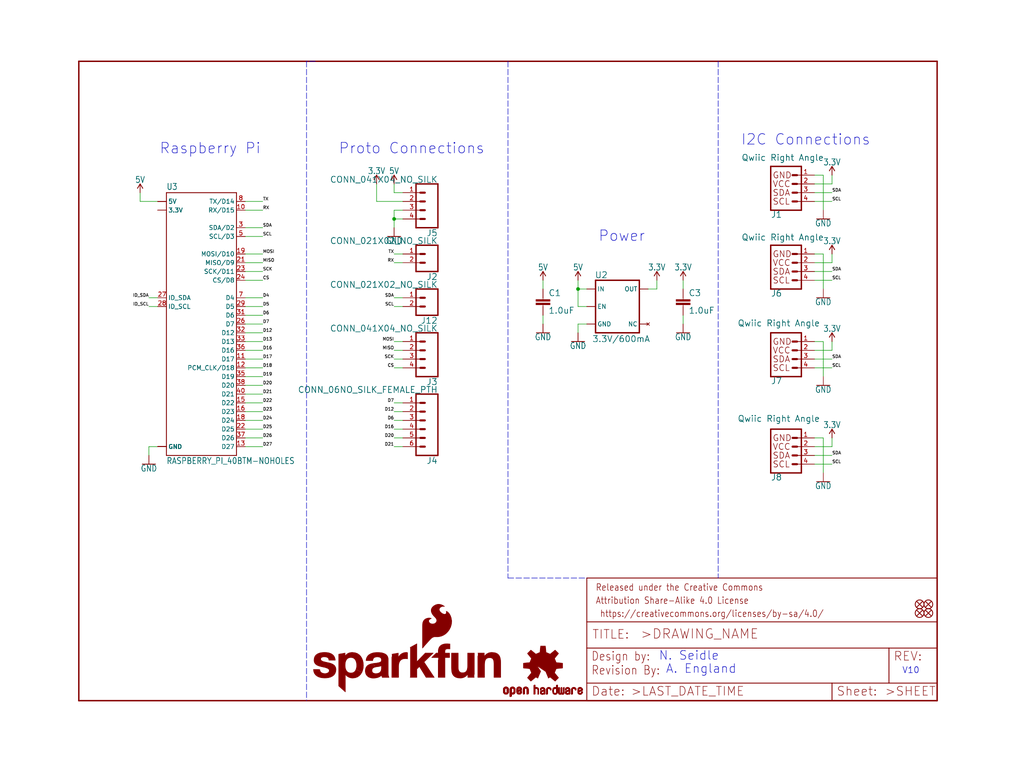
<source format=kicad_sch>
(kicad_sch (version 20211123) (generator eeschema)
  (paper "User" 297.002 223.926)
  (lib_symbols
    (symbol "eagleSchem-eagle-import:1.0UF-0603-16V-10%"
      (property "Reference" "C" (at 1.524 2.921 0))
      (property "Value" "1.0UF-0603-16V-10%" (at 1.524 -2.159 0))
      (symbol "1.0UF-0603-16V-10%_1_0"
        (pin passive line (at 0 5.08 270) (length 2.54) (name "1") (number "1"))
        (pin passive line (at 0 -2.54 90) (length 2.54) (name "2") (number "2"))
      )
    )
    (symbol "eagleSchem-eagle-import:3.3V" (power)
      (property "Value" "3.3V" (at 0 2.794 0))
      (symbol "3.3V_1_0"
        (pin power_in line (at 0 0 90) (length 2.54) (name "3.3V") (number "1"))
      )
    )
    (symbol "eagleSchem-eagle-import:5V" (power)
      (property "Value" "5V" (at 0 2.794 0))
      (symbol "5V_1_0"
        (pin power_in line (at 0 0 90) (length 2.54) (name "5V") (number "1"))
      )
    )
    (symbol "eagleSchem-eagle-import:CONN_021X02_NO_SILK"
      (property "Reference" "J" (at -2.54 5.588 0))
      (property "Value" "CONN_021X02_NO_SILK" (at -2.54 -4.826 0))
      (symbol "CONN_021X02_NO_SILK_1_0"
        (pin passive line (at 7.62 0 180) (length 5.08) (name "1") (number "1"))
        (pin passive line (at 7.62 2.54 180) (length 5.08) (name "2") (number "2"))
      )
    )
    (symbol "eagleSchem-eagle-import:CONN_041X04_NO_SILK"
      (property "Reference" "J" (at -5.08 8.128 0))
      (property "Value" "CONN_041X04_NO_SILK" (at -5.08 -7.366 0))
      (symbol "CONN_041X04_NO_SILK_1_0"
        (pin passive line (at 5.08 -2.54 180) (length 5.08) (name "1") (number "1"))
        (pin passive line (at 5.08 0 180) (length 5.08) (name "2") (number "2"))
        (pin passive line (at 5.08 2.54 180) (length 5.08) (name "3") (number "3"))
        (pin passive line (at 5.08 5.08 180) (length 5.08) (name "4") (number "4"))
      )
    )
    (symbol "eagleSchem-eagle-import:CONN_06NO_SILK_FEMALE_PTH"
      (property "Reference" "J" (at -5.08 10.668 0))
      (property "Value" "CONN_06NO_SILK_FEMALE_PTH" (at -5.08 -9.906 0))
      (symbol "CONN_06NO_SILK_FEMALE_PTH_1_0"
        (pin passive line (at 5.08 -5.08 180) (length 5.08) (name "1") (number "1"))
        (pin passive line (at 5.08 -2.54 180) (length 5.08) (name "2") (number "2"))
        (pin passive line (at 5.08 0 180) (length 5.08) (name "3") (number "3"))
        (pin passive line (at 5.08 2.54 180) (length 5.08) (name "4") (number "4"))
        (pin passive line (at 5.08 5.08 180) (length 5.08) (name "5") (number "5"))
        (pin passive line (at 5.08 7.62 180) (length 5.08) (name "6") (number "6"))
      )
    )
    (symbol "eagleSchem-eagle-import:FIDUCIAL1X2")
    (symbol "eagleSchem-eagle-import:FRAME-LETTER"
      (symbol "FRAME-LETTER_2_0"
        (text " https://creativecommons.org/licenses/by-sa/4.0/" (at 2.54 24.13 0) (effects (font (size 1.9304 1.6408)) (justify left bottom)))
        (text ">DRAWING_NAME" (at 15.494 17.78 0) (effects (font (size 2.7432 2.7432)) (justify left bottom)))
        (text ">LAST_DATE_TIME" (at 12.7 1.27 0) (effects (font (size 2.54 2.54)) (justify left bottom)))
        (text ">SHEET" (at 86.36 1.27 0) (effects (font (size 2.54 2.54)) (justify left bottom)))
        (text "Attribution Share-Alike 4.0 License" (at 2.54 27.94 0) (effects (font (size 1.9304 1.6408)) (justify left bottom)))
        (text "Date:" (at 1.27 1.27 0) (effects (font (size 2.54 2.54)) (justify left bottom)))
        (text "Design by:" (at 1.27 11.43 0) (effects (font (size 2.54 2.159)) (justify left bottom)))
        (text "Released under the Creative Commons" (at 2.54 31.75 0) (effects (font (size 1.9304 1.6408)) (justify left bottom)))
        (text "REV:" (at 88.9 11.43 0) (effects (font (size 2.54 2.54)) (justify left bottom)))
        (text "Sheet:" (at 72.39 1.27 0) (effects (font (size 2.54 2.54)) (justify left bottom)))
        (text "TITLE:" (at 1.524 17.78 0) (effects (font (size 2.54 2.54)) (justify left bottom)))
      )
    )
    (symbol "eagleSchem-eagle-import:GND" (power)
      (property "Value" "GND" (at 0 -0.254 0))
      (symbol "GND_1_0"
        (pin power_in line (at 0 2.54 270) (length 2.54) (name "GND") (number "1"))
      )
    )
    (symbol "eagleSchem-eagle-import:I2C_STANDARDQWIIC"
      (property "Reference" "J" (at -5.08 7.874 0))
      (property "Value" "I2C_STANDARDQWIIC" (at -5.08 -5.334 0))
      (symbol "I2C_STANDARDQWIIC_1_0"
        (text "GND" (at -4.572 -2.54 0) (effects (font (size 1.778 1.778)) (justify left)))
        (text "SCL" (at -4.572 5.08 0) (effects (font (size 1.778 1.778)) (justify left)))
        (text "SDA" (at -4.572 2.54 0) (effects (font (size 1.778 1.778)) (justify left)))
        (text "VCC" (at -4.572 0 0) (effects (font (size 1.778 1.778)) (justify left)))
        (pin power_in line (at 7.62 -2.54 180) (length 5.08) (name "1") (number "1"))
        (pin power_in line (at 7.62 0 180) (length 5.08) (name "2") (number "2"))
        (pin passive line (at 7.62 2.54 180) (length 5.08) (name "3") (number "3"))
        (pin passive line (at 7.62 5.08 180) (length 5.08) (name "4") (number "4"))
      )
    )
    (symbol "eagleSchem-eagle-import:OSHW-LOGOMINI")
    (symbol "eagleSchem-eagle-import:RASPBERRY_PI_40BTM-NOHOLES"
      (property "Reference" "U" (at -10.16 38.862 0))
      (property "Value" "RASPBERRY_PI_40BTM-NOHOLES" (at -10.16 -40.64 0))
      (symbol "RASPBERRY_PI_40BTM-NOHOLES_1_0"
        (pin bidirectional line (at -12.7 33.02 0) (length 2.54) (name "3.3V") (number "1"))
        (pin bidirectional line (at 12.7 33.02 180) (length 2.54) (name "RX/D15") (number "10"))
        (pin bidirectional line (at 12.7 -10.16 180) (length 2.54) (name "D17") (number "11"))
        (pin bidirectional line (at 12.7 -12.7 180) (length 2.54) (name "PCM_CLK/D18") (number "12"))
        (pin bidirectional line (at 12.7 -35.56 180) (length 2.54) (name "D27") (number "13"))
        (pin bidirectional line (at -12.7 -35.56 0) (length 2.54) (name "GND") (number "14"))
        (pin bidirectional line (at 12.7 -22.86 180) (length 2.54) (name "D22") (number "15"))
        (pin bidirectional line (at 12.7 -25.4 180) (length 2.54) (name "D23") (number "16"))
        (pin bidirectional line (at -12.7 33.02 0) (length 2.54) (name "3.3V") (number "17"))
        (pin bidirectional line (at 12.7 -27.94 180) (length 2.54) (name "D24") (number "18"))
        (pin bidirectional line (at 12.7 20.32 180) (length 2.54) (name "MOSI/D10") (number "19"))
        (pin bidirectional line (at -12.7 35.56 0) (length 2.54) (name "5V") (number "2"))
        (pin bidirectional line (at -12.7 -35.56 0) (length 2.54) (name "GND") (number "20"))
        (pin bidirectional line (at 12.7 17.78 180) (length 2.54) (name "MISO/D9") (number "21"))
        (pin bidirectional line (at 12.7 -30.48 180) (length 2.54) (name "D25") (number "22"))
        (pin bidirectional line (at 12.7 15.24 180) (length 2.54) (name "SCK/D11") (number "23"))
        (pin bidirectional line (at 12.7 12.7 180) (length 2.54) (name "CS/D8") (number "24"))
        (pin bidirectional line (at -12.7 -35.56 0) (length 2.54) (name "GND") (number "25"))
        (pin bidirectional line (at 12.7 0 180) (length 2.54) (name "D7") (number "26"))
        (pin bidirectional line (at -12.7 7.62 0) (length 2.54) (name "ID_SDA") (number "27"))
        (pin bidirectional line (at -12.7 5.08 0) (length 2.54) (name "ID_SCL") (number "28"))
        (pin bidirectional line (at 12.7 5.08 180) (length 2.54) (name "D5") (number "29"))
        (pin bidirectional line (at 12.7 27.94 180) (length 2.54) (name "SDA/D2") (number "3"))
        (pin bidirectional line (at -12.7 -35.56 0) (length 2.54) (name "GND") (number "30"))
        (pin bidirectional line (at 12.7 2.54 180) (length 2.54) (name "D6") (number "31"))
        (pin bidirectional line (at 12.7 -2.54 180) (length 2.54) (name "D12") (number "32"))
        (pin bidirectional line (at 12.7 -5.08 180) (length 2.54) (name "D13") (number "33"))
        (pin bidirectional line (at -12.7 -35.56 0) (length 2.54) (name "GND") (number "34"))
        (pin bidirectional line (at 12.7 -15.24 180) (length 2.54) (name "D19") (number "35"))
        (pin bidirectional line (at 12.7 -7.62 180) (length 2.54) (name "D16") (number "36"))
        (pin bidirectional line (at 12.7 -33.02 180) (length 2.54) (name "D26") (number "37"))
        (pin bidirectional line (at 12.7 -17.78 180) (length 2.54) (name "D20") (number "38"))
        (pin bidirectional line (at -12.7 -35.56 0) (length 2.54) (name "GND") (number "39"))
        (pin bidirectional line (at -12.7 35.56 0) (length 2.54) (name "5V") (number "4"))
        (pin bidirectional line (at 12.7 -20.32 180) (length 2.54) (name "D21") (number "40"))
        (pin bidirectional line (at 12.7 25.4 180) (length 2.54) (name "SCL/D3") (number "5"))
        (pin bidirectional line (at -12.7 -35.56 0) (length 2.54) (name "GND") (number "6"))
        (pin bidirectional line (at 12.7 7.62 180) (length 2.54) (name "D4") (number "7"))
        (pin bidirectional line (at 12.7 35.56 180) (length 2.54) (name "TX/D14") (number "8"))
        (pin bidirectional line (at -12.7 -35.56 0) (length 2.54) (name "GND") (number "9"))
      )
    )
    (symbol "eagleSchem-eagle-import:REVISION"
      (symbol "REVISION_1_0"
        (text "Revision By: " (at 0 0 0) (effects (font (size 2.54 2.159)) (justify left bottom)))
      )
    )
    (symbol "eagleSchem-eagle-import:SFE_LOGO_FLAME.1_INCH")
    (symbol "eagleSchem-eagle-import:SFE_LOGO_NAME.1_INCH")
    (symbol "eagleSchem-eagle-import:V_REG_AP2112K-3.3V"
      (property "Reference" "U" (at -7.62 7.874 0))
      (property "Value" "V_REG_AP2112K-3.3V" (at -7.62 -7.874 0))
      (symbol "V_REG_AP2112K-3.3V_1_0"
        (pin input line (at -10.16 5.08 0) (length 2.54) (name "IN") (number "1"))
        (pin input line (at -10.16 -5.08 0) (length 2.54) (name "GND") (number "2"))
        (pin input line (at -10.16 0 0) (length 2.54) (name "EN") (number "3"))
        (pin no_connect line (at 7.62 -5.08 180) (length 2.54) (name "NC") (number "4"))
        (pin passive line (at 7.62 5.08 180) (length 2.54) (name "OUT") (number "5"))
      )
    )
  )
  (junction (at 167.64 83.82))
  (junction (at 114.3 63.5))
  (wire (pts (xy 116.84 121.92) (xy 114.3 121.92)))
  (wire (pts (xy 76.2 58.42) (xy 71.12 58.42)))
  (wire (pts (xy 236.22 129.54) (xy 241.3 129.54)))
  (wire (pts (xy 76.2 114.3) (xy 71.12 114.3)))
  (wire (pts (xy 45.72 88.9) (xy 43.18 88.9)))
  (wire (pts (xy 76.2 93.98) (xy 71.12 93.98)))
  (wire (pts (xy 114.3 55.88) (xy 114.3 53.34)))
  (wire (pts (xy 241.3 101.6) (xy 241.3 99.06)))
  (wire (pts (xy 170.18 93.98) (xy 167.64 93.98)))
  (wire (pts (xy 114.3 60.96) (xy 114.3 63.5)))
  (wire (pts (xy 236.22 78.74) (xy 241.3 78.74)))
  (wire (pts (xy 116.84 119.38) (xy 114.3 119.38)))
  (wire (pts (xy 76.2 81.28) (xy 71.12 81.28)))
  (wire (pts (xy 76.2 78.74) (xy 71.12 78.74)))
  (wire (pts (xy 236.22 132.08) (xy 241.3 132.08)))
  (polyline (pts (xy 88.9 17.78) (xy 88.9 203.2)))
  (wire (pts (xy 76.2 60.96) (xy 71.12 60.96)))
  (wire (pts (xy 45.72 129.54) (xy 43.18 129.54)))
  (wire (pts (xy 116.84 101.6) (xy 114.3 101.6)))
  (wire (pts (xy 116.84 73.66) (xy 114.3 73.66)))
  (wire (pts (xy 76.2 111.76) (xy 71.12 111.76)))
  (wire (pts (xy 76.2 88.9) (xy 71.12 88.9)))
  (wire (pts (xy 236.22 134.62) (xy 241.3 134.62)))
  (wire (pts (xy 236.22 127) (xy 238.76 127)))
  (wire (pts (xy 241.3 53.34) (xy 241.3 50.8)))
  (polyline (pts (xy 147.32 167.64) (xy 170.18 167.64)))
  (polyline (pts (xy 208.28 17.78) (xy 208.28 167.64)))
  (wire (pts (xy 238.76 50.8) (xy 238.76 60.96)))
  (wire (pts (xy 76.2 109.22) (xy 71.12 109.22)))
  (wire (pts (xy 116.84 86.36) (xy 114.3 86.36)))
  (wire (pts (xy 198.12 83.82) (xy 198.12 81.28)))
  (wire (pts (xy 116.84 106.68) (xy 114.3 106.68)))
  (wire (pts (xy 116.84 55.88) (xy 114.3 55.88)))
  (wire (pts (xy 157.48 93.98) (xy 157.48 91.44)))
  (wire (pts (xy 167.64 93.98) (xy 167.64 96.52)))
  (wire (pts (xy 76.2 119.38) (xy 71.12 119.38)))
  (wire (pts (xy 170.18 83.82) (xy 167.64 83.82)))
  (wire (pts (xy 236.22 50.8) (xy 238.76 50.8)))
  (wire (pts (xy 236.22 81.28) (xy 241.3 81.28)))
  (wire (pts (xy 71.12 66.04) (xy 76.2 66.04)))
  (polyline (pts (xy 91.44 17.78) (xy 88.9 17.78)))
  (wire (pts (xy 236.22 55.88) (xy 241.3 55.88)))
  (wire (pts (xy 116.84 58.42) (xy 109.22 58.42)))
  (wire (pts (xy 116.84 124.46) (xy 114.3 124.46)))
  (wire (pts (xy 116.84 104.14) (xy 114.3 104.14)))
  (wire (pts (xy 114.3 63.5) (xy 114.3 66.04)))
  (wire (pts (xy 236.22 106.68) (xy 241.3 106.68)))
  (wire (pts (xy 170.18 88.9) (xy 167.64 88.9)))
  (wire (pts (xy 198.12 91.44) (xy 198.12 93.98)))
  (wire (pts (xy 157.48 83.82) (xy 157.48 81.28)))
  (wire (pts (xy 76.2 86.36) (xy 71.12 86.36)))
  (wire (pts (xy 76.2 96.52) (xy 71.12 96.52)))
  (wire (pts (xy 236.22 99.06) (xy 238.76 99.06)))
  (wire (pts (xy 76.2 91.44) (xy 71.12 91.44)))
  (wire (pts (xy 43.18 129.54) (xy 43.18 132.08)))
  (wire (pts (xy 241.3 129.54) (xy 241.3 127)))
  (wire (pts (xy 76.2 73.66) (xy 71.12 73.66)))
  (wire (pts (xy 116.84 63.5) (xy 114.3 63.5)))
  (wire (pts (xy 76.2 99.06) (xy 71.12 99.06)))
  (wire (pts (xy 236.22 104.14) (xy 241.3 104.14)))
  (wire (pts (xy 116.84 88.9) (xy 114.3 88.9)))
  (wire (pts (xy 109.22 58.42) (xy 109.22 53.34)))
  (wire (pts (xy 190.5 83.82) (xy 190.5 81.28)))
  (wire (pts (xy 187.96 83.82) (xy 190.5 83.82)))
  (wire (pts (xy 71.12 68.58) (xy 76.2 68.58)))
  (wire (pts (xy 236.22 58.42) (xy 241.3 58.42)))
  (wire (pts (xy 76.2 116.84) (xy 71.12 116.84)))
  (wire (pts (xy 45.72 58.42) (xy 40.64 58.42)))
  (wire (pts (xy 167.64 83.82) (xy 167.64 81.28)))
  (wire (pts (xy 236.22 101.6) (xy 241.3 101.6)))
  (wire (pts (xy 238.76 99.06) (xy 238.76 109.22)))
  (polyline (pts (xy 147.32 17.78) (xy 147.32 167.64)))
  (wire (pts (xy 76.2 106.68) (xy 71.12 106.68)))
  (wire (pts (xy 76.2 104.14) (xy 71.12 104.14)))
  (wire (pts (xy 236.22 76.2) (xy 241.3 76.2)))
  (wire (pts (xy 76.2 127) (xy 71.12 127)))
  (wire (pts (xy 76.2 76.2) (xy 71.12 76.2)))
  (wire (pts (xy 116.84 60.96) (xy 114.3 60.96)))
  (wire (pts (xy 116.84 127) (xy 114.3 127)))
  (wire (pts (xy 76.2 101.6) (xy 71.12 101.6)))
  (wire (pts (xy 116.84 116.84) (xy 114.3 116.84)))
  (wire (pts (xy 40.64 58.42) (xy 40.64 55.88)))
  (wire (pts (xy 116.84 99.06) (xy 114.3 99.06)))
  (wire (pts (xy 241.3 76.2) (xy 241.3 73.66)))
  (wire (pts (xy 45.72 86.36) (xy 43.18 86.36)))
  (wire (pts (xy 167.64 88.9) (xy 167.64 83.82)))
  (wire (pts (xy 238.76 73.66) (xy 238.76 83.82)))
  (wire (pts (xy 76.2 129.54) (xy 71.12 129.54)))
  (wire (pts (xy 236.22 53.34) (xy 241.3 53.34)))
  (wire (pts (xy 76.2 121.92) (xy 71.12 121.92)))
  (wire (pts (xy 238.76 127) (xy 238.76 137.16)))
  (wire (pts (xy 116.84 129.54) (xy 114.3 129.54)))
  (wire (pts (xy 236.22 73.66) (xy 238.76 73.66)))
  (wire (pts (xy 76.2 124.46) (xy 71.12 124.46)))
  (wire (pts (xy 116.84 76.2) (xy 114.3 76.2)))
  (text "A. England" (at 193.04 195.58 180) (effects (font (size 2.54 2.54)) (justify left bottom)))
  (text "N. Seidle" (at 191.008 191.77 180) (effects (font (size 2.54 2.54)) (justify left bottom)))
  (text "Proto Connections" (at 119.38 43.18 180) (effects (font (size 3.048 3.048))))
  (text "Power" (at 180.34 68.58 180) (effects (font (size 3.048 3.048))))
  (text "V10" (at 261.62 195.58 180) (effects (font (size 1.778 1.778)) (justify left bottom)))
  (text "I2C Connections" (at 233.68 40.64 180) (effects (font (size 3.048 3.048))))
  (text "Raspberry Pi" (at 60.96 43.18 180) (effects (font (size 3.048 3.048))))
  (label "SCK" (at 114.3 104.14 180) (effects (font (size 0.889 0.889))))
  (label "D19" (at 76.2 109.22 0) (effects (font (size 0.889 0.889))))
  (label "D18" (at 76.2 106.68 0) (effects (font (size 0.889 0.889))))
  (label "ID_SCL" (at 43.18 88.9 180) (effects (font (size 0.889 0.889))))
  (label "SDA" (at 76.2 66.04 0) (effects (font (size 0.889 0.889))))
  (label "D17" (at 76.2 104.14 0) (effects (font (size 0.889 0.889))))
  (label "D7" (at 114.3 116.84 180) (effects (font (size 0.889 0.889))))
  (label "D25" (at 76.2 124.46 0) (effects (font (size 0.889 0.889))))
  (label "D23" (at 76.2 119.38 0) (effects (font (size 0.889 0.889))))
  (label "SDA" (at 241.3 78.74 0) (effects (font (size 0.889 0.889))))
  (label "TX" (at 76.2 58.42 0) (effects (font (size 0.889 0.889))))
  (label "D26" (at 76.2 127 0) (effects (font (size 0.889 0.889))))
  (label "D5" (at 76.2 88.9 0) (effects (font (size 0.889 0.889))))
  (label "SCL" (at 241.3 106.68 0) (effects (font (size 0.889 0.889))))
  (label "SCL" (at 241.3 134.62 0) (effects (font (size 0.889 0.889))))
  (label "D27" (at 76.2 129.54 0) (effects (font (size 0.889 0.889))))
  (label "D21" (at 76.2 114.3 0) (effects (font (size 0.889 0.889))))
  (label "D16" (at 76.2 101.6 0) (effects (font (size 0.889 0.889))))
  (label "D13" (at 76.2 99.06 0) (effects (font (size 0.889 0.889))))
  (label "SCL" (at 114.3 88.9 180) (effects (font (size 0.889 0.889))))
  (label "D12" (at 76.2 96.52 0) (effects (font (size 0.889 0.889))))
  (label "SCL" (at 76.2 68.58 0) (effects (font (size 0.889 0.889))))
  (label "MOSI" (at 114.3 99.06 180) (effects (font (size 0.889 0.889))))
  (label "D20" (at 76.2 111.76 0) (effects (font (size 0.889 0.889))))
  (label "D16" (at 114.3 124.46 180) (effects (font (size 0.889 0.889))))
  (label "MISO" (at 114.3 101.6 180) (effects (font (size 0.889 0.889))))
  (label "SCK" (at 76.2 78.74 0) (effects (font (size 0.889 0.889))))
  (label "CS" (at 114.3 106.68 180) (effects (font (size 0.889 0.889))))
  (label "TX" (at 114.3 73.66 180) (effects (font (size 0.889 0.889))))
  (label "D12" (at 114.3 119.38 180) (effects (font (size 0.889 0.889))))
  (label "D7" (at 76.2 93.98 0) (effects (font (size 0.889 0.889))))
  (label "D6" (at 76.2 91.44 0) (effects (font (size 0.889 0.889))))
  (label "SDA" (at 241.3 104.14 0) (effects (font (size 0.889 0.889))))
  (label "MISO" (at 76.2 76.2 0) (effects (font (size 0.889 0.889))))
  (label "D6" (at 114.3 121.92 180) (effects (font (size 0.889 0.889))))
  (label "SCL" (at 241.3 58.42 0) (effects (font (size 0.889 0.889))))
  (label "RX" (at 76.2 60.96 0) (effects (font (size 0.889 0.889))))
  (label "D20" (at 114.3 127 180) (effects (font (size 0.889 0.889))))
  (label "D22" (at 76.2 116.84 0) (effects (font (size 0.889 0.889))))
  (label "SDA" (at 241.3 132.08 0) (effects (font (size 0.889 0.889))))
  (label "RX" (at 114.3 76.2 180) (effects (font (size 0.889 0.889))))
  (label "D4" (at 76.2 86.36 0) (effects (font (size 0.889 0.889))))
  (label "D24" (at 76.2 121.92 0) (effects (font (size 0.889 0.889))))
  (label "SDA" (at 114.3 86.36 180) (effects (font (size 0.889 0.889))))
  (label "SCL" (at 241.3 81.28 0) (effects (font (size 0.889 0.889))))
  (label "D21" (at 114.3 129.54 180) (effects (font (size 0.889 0.889))))
  (label "SDA" (at 241.3 55.88 0) (effects (font (size 0.889 0.889))))
  (label "ID_SDA" (at 43.18 86.36 180) (effects (font (size 0.889 0.889))))
  (label "MOSI" (at 76.2 73.66 0) (effects (font (size 0.889 0.889))))
  (label "CS" (at 76.2 81.28 0) (effects (font (size 0.889 0.889))))
  (symbol (lib_id "eagleSchem-eagle-import:CONN_041X04_NO_SILK") (at 121.92 101.6 180) (unit 1)
    (property "Reference" "J3" (at 127 109.728 0) (effects (font (size 1.778 1.778)) (justify left bottom)))
    (property "Value" "CONN_041X04_NO_SILK" (at 127 94.234 0) (effects (font (size 1.778 1.778)) (justify left bottom)))
    (property "Footprint" "eagleSchem:1X04_NO_SILK" (effects hide))
  )
  (symbol (lib_id "eagleSchem-eagle-import:SFE_LOGO_NAME.1_INCH") (at 88.9 200.66 0) (unit 1)
    (property "Reference" "U$2" (effects hide))
    (property "Value" "SFE_LOGO_NAME.1_INCH" (effects hide))
    (property "Footprint" "eagleSchem:SFE_LOGO_NAME_.1" (effects hide))
  )
  (symbol (lib_id "eagleSchem-eagle-import:CONN_021X02_NO_SILK") (at 124.46 86.36 180) (unit 1)
    (property "Reference" "J12" (at 127 91.948 0) (effects (font (size 1.778 1.778)) (justify left bottom)))
    (property "Value" "CONN_021X02_NO_SILK" (at 127 81.534 0) (effects (font (size 1.778 1.778)) (justify left bottom)))
    (property "Footprint" "eagleSchem:1X02_NO_SILK" (effects hide))
  )
  (symbol (lib_id "eagleSchem-eagle-import:3.3V") (at 241.3 73.66 0) (unit 1)
    (property "Reference" "#SUPPLY6" (effects hide))
    (property "Value" "3.3V" (at 241.3 70.866 0) (effects (font (size 1.778 1.5113)) (justify bottom)))
    (property "Footprint" "eagleSchem:" (effects hide))
  )
  (symbol (lib_id "eagleSchem-eagle-import:CONN_06NO_SILK_FEMALE_PTH") (at 121.92 121.92 180) (unit 1)
    (property "Reference" "J4" (at 127 132.588 0) (effects (font (size 1.778 1.778)) (justify left bottom)))
    (property "Value" "CONN_06NO_SILK_FEMALE_PTH" (at 127 112.014 0) (effects (font (size 1.778 1.778)) (justify left bottom)))
    (property "Footprint" "eagleSchem:1X06_NO_SILK" (effects hide))
  )
  (symbol (lib_id "eagleSchem-eagle-import:FRAME-LETTER") (at 170.18 203.2 0) (unit 2)
    (property "Reference" "FRAME1" (effects hide))
    (property "Value" "FRAME-LETTER" (effects hide))
    (property "Footprint" "eagleSchem:CREATIVE_COMMONS" (effects hide))
  )
  (symbol (lib_id "eagleSchem-eagle-import:I2C_STANDARDQWIIC") (at 228.6 53.34 0) (mirror x) (unit 1)
    (property "Reference" "J1" (at 223.52 61.214 0) (effects (font (size 1.778 1.778)) (justify left bottom)))
    (property "Value" "Qwiic Right Angle" (at 239.014 44.704 0) (effects (font (size 1.778 1.778)) (justify right bottom)))
    (property "Footprint" "eagleSchem:1X04_1MM_RA" (effects hide))
  )
  (symbol (lib_id "eagleSchem-eagle-import:GND") (at 238.76 63.5 0) (unit 1)
    (property "Reference" "#GND2" (effects hide))
    (property "Value" "GND" (at 238.76 63.754 0) (effects (font (size 1.778 1.5113)) (justify top)))
    (property "Footprint" "eagleSchem:" (effects hide))
  )
  (symbol (lib_id "eagleSchem-eagle-import:OSHW-LOGOMINI") (at 157.48 193.04 0) (unit 1)
    (property "Reference" "LOGO1" (effects hide))
    (property "Value" "OSHW-LOGOMINI" (effects hide))
    (property "Footprint" "eagleSchem:OSHW-LOGO-MINI" (effects hide))
  )
  (symbol (lib_id "eagleSchem-eagle-import:5V") (at 40.64 55.88 0) (unit 1)
    (property "Reference" "#SUPPLY11" (effects hide))
    (property "Value" "5V" (at 40.64 53.086 0) (effects (font (size 1.778 1.5113)) (justify bottom)))
    (property "Footprint" "eagleSchem:" (effects hide))
  )
  (symbol (lib_id "eagleSchem-eagle-import:3.3V") (at 198.12 81.28 0) (unit 1)
    (property "Reference" "#SUPPLY3" (effects hide))
    (property "Value" "3.3V" (at 198.12 78.486 0) (effects (font (size 1.778 1.5113)) (justify bottom)))
    (property "Footprint" "eagleSchem:" (effects hide))
  )
  (symbol (lib_id "eagleSchem-eagle-import:FIDUCIAL1X2") (at 269.24 175.26 0) (unit 1)
    (property "Reference" "FD3" (effects hide))
    (property "Value" "FIDUCIAL1X2" (effects hide))
    (property "Footprint" "eagleSchem:FIDUCIAL-1X2" (effects hide))
  )
  (symbol (lib_id "eagleSchem-eagle-import:GND") (at 43.18 134.62 0) (unit 1)
    (property "Reference" "#GND21" (effects hide))
    (property "Value" "GND" (at 43.18 134.874 0) (effects (font (size 1.778 1.5113)) (justify top)))
    (property "Footprint" "eagleSchem:" (effects hide))
  )
  (symbol (lib_id "eagleSchem-eagle-import:GND") (at 167.64 99.06 0) (unit 1)
    (property "Reference" "#GND4" (effects hide))
    (property "Value" "GND" (at 167.64 99.314 0) (effects (font (size 1.778 1.5113)) (justify top)))
    (property "Footprint" "eagleSchem:" (effects hide))
  )
  (symbol (lib_id "eagleSchem-eagle-import:3.3V") (at 190.5 81.28 0) (unit 1)
    (property "Reference" "#SUPPLY2" (effects hide))
    (property "Value" "3.3V" (at 190.5 78.486 0) (effects (font (size 1.778 1.5113)) (justify bottom)))
    (property "Footprint" "eagleSchem:" (effects hide))
  )
  (symbol (lib_id "eagleSchem-eagle-import:FRAME-LETTER") (at 22.86 203.2 0) (unit 1)
    (property "Reference" "FRAME1" (effects hide))
    (property "Value" "FRAME-LETTER" (effects hide))
    (property "Footprint" "eagleSchem:CREATIVE_COMMONS" (effects hide))
  )
  (symbol (lib_id "eagleSchem-eagle-import:3.3V") (at 109.22 53.34 0) (unit 1)
    (property "Reference" "#SUPPLY43" (effects hide))
    (property "Value" "3.3V" (at 109.22 50.546 0) (effects (font (size 1.778 1.5113)) (justify bottom)))
    (property "Footprint" "eagleSchem:" (effects hide))
  )
  (symbol (lib_id "eagleSchem-eagle-import:REVISION") (at 171.45 195.834 0) (unit 1)
    (property "Reference" "LOGO2" (effects hide))
    (property "Value" "REVISION" (effects hide))
    (property "Footprint" "eagleSchem:REVISION" (effects hide))
  )
  (symbol (lib_id "eagleSchem-eagle-import:5V") (at 114.3 53.34 0) (unit 1)
    (property "Reference" "#SUPPLY42" (effects hide))
    (property "Value" "5V" (at 114.3 50.546 0) (effects (font (size 1.778 1.5113)) (justify bottom)))
    (property "Footprint" "eagleSchem:" (effects hide))
  )
  (symbol (lib_id "eagleSchem-eagle-import:SFE_LOGO_FLAME.1_INCH") (at 122.174 188.468 0) (unit 1)
    (property "Reference" "U$1" (effects hide))
    (property "Value" "SFE_LOGO_FLAME.1_INCH" (effects hide))
    (property "Footprint" "eagleSchem:SFE_LOGO_FLAME_.1" (effects hide))
  )
  (symbol (lib_id "eagleSchem-eagle-import:FIDUCIAL1X2") (at 266.7 175.26 0) (unit 1)
    (property "Reference" "FD1" (effects hide))
    (property "Value" "FIDUCIAL1X2" (effects hide))
    (property "Footprint" "eagleSchem:FIDUCIAL-1X2" (effects hide))
  )
  (symbol (lib_id "eagleSchem-eagle-import:CONN_021X02_NO_SILK") (at 124.46 73.66 180) (unit 1)
    (property "Reference" "J2" (at 127 79.248 0) (effects (font (size 1.778 1.778)) (justify left bottom)))
    (property "Value" "CONN_021X02_NO_SILK" (at 127 68.834 0) (effects (font (size 1.778 1.778)) (justify left bottom)))
    (property "Footprint" "eagleSchem:1X02_NO_SILK" (effects hide))
  )
  (symbol (lib_id "eagleSchem-eagle-import:GND") (at 238.76 111.76 0) (unit 1)
    (property "Reference" "#GND7" (effects hide))
    (property "Value" "GND" (at 238.76 112.014 0) (effects (font (size 1.778 1.5113)) (justify top)))
    (property "Footprint" "eagleSchem:" (effects hide))
  )
  (symbol (lib_id "eagleSchem-eagle-import:3.3V") (at 241.3 127 0) (unit 1)
    (property "Reference" "#SUPPLY8" (effects hide))
    (property "Value" "3.3V" (at 241.3 124.206 0) (effects (font (size 1.778 1.5113)) (justify bottom)))
    (property "Footprint" "eagleSchem:" (effects hide))
  )
  (symbol (lib_id "eagleSchem-eagle-import:GND") (at 238.76 139.7 0) (unit 1)
    (property "Reference" "#GND8" (effects hide))
    (property "Value" "GND" (at 238.76 139.954 0) (effects (font (size 1.778 1.5113)) (justify top)))
    (property "Footprint" "eagleSchem:" (effects hide))
  )
  (symbol (lib_id "eagleSchem-eagle-import:FIDUCIAL1X2") (at 266.7 177.8 0) (unit 1)
    (property "Reference" "FD2" (effects hide))
    (property "Value" "FIDUCIAL1X2" (effects hide))
    (property "Footprint" "eagleSchem:FIDUCIAL-1X2" (effects hide))
  )
  (symbol (lib_id "eagleSchem-eagle-import:GND") (at 114.3 68.58 0) (unit 1)
    (property "Reference" "#GND1" (effects hide))
    (property "Value" "GND" (at 114.3 68.834 0) (effects (font (size 1.778 1.5113)) (justify top)))
    (property "Footprint" "eagleSchem:" (effects hide))
  )
  (symbol (lib_id "eagleSchem-eagle-import:I2C_STANDARDQWIIC") (at 228.6 76.2 0) (mirror x) (unit 1)
    (property "Reference" "J6" (at 223.52 84.074 0) (effects (font (size 1.778 1.778)) (justify left bottom)))
    (property "Value" "Qwiic Right Angle" (at 239.014 67.818 0) (effects (font (size 1.778 1.778)) (justify right bottom)))
    (property "Footprint" "eagleSchem:1X04_1MM_RA" (effects hide))
  )
  (symbol (lib_id "eagleSchem-eagle-import:FIDUCIAL1X2") (at 269.24 177.8 0) (unit 1)
    (property "Reference" "FD4" (effects hide))
    (property "Value" "FIDUCIAL1X2" (effects hide))
    (property "Footprint" "eagleSchem:FIDUCIAL-1X2" (effects hide))
  )
  (symbol (lib_id "eagleSchem-eagle-import:V_REG_AP2112K-3.3V") (at 180.34 88.9 0) (unit 1)
    (property "Reference" "U2" (at 172.466 80.772 0) (effects (font (size 1.778 1.778)) (justify left bottom)))
    (property "Value" "3.3V/600mA" (at 171.704 99.314 0) (effects (font (size 1.778 1.778)) (justify left bottom)))
    (property "Footprint" "eagleSchem:SOT23-5" (effects hide))
  )
  (symbol (lib_id "eagleSchem-eagle-import:GND") (at 198.12 96.52 0) (unit 1)
    (property "Reference" "#GND5" (effects hide))
    (property "Value" "GND" (at 198.12 96.774 0) (effects (font (size 1.778 1.5113)) (justify top)))
    (property "Footprint" "eagleSchem:" (effects hide))
  )
  (symbol (lib_id "eagleSchem-eagle-import:I2C_STANDARDQWIIC") (at 228.6 101.6 0) (mirror x) (unit 1)
    (property "Reference" "J7" (at 223.52 109.474 0) (effects (font (size 1.778 1.778)) (justify left bottom)))
    (property "Value" "Qwiic Right Angle" (at 213.868 94.742 0) (effects (font (size 1.778 1.778)) (justify left top)))
    (property "Footprint" "eagleSchem:1X04_1MM_RA" (effects hide))
  )
  (symbol (lib_id "eagleSchem-eagle-import:I2C_STANDARDQWIIC") (at 228.6 129.54 0) (mirror x) (unit 1)
    (property "Reference" "J8" (at 223.52 137.414 0) (effects (font (size 1.778 1.778)) (justify left bottom)))
    (property "Value" "Qwiic Right Angle" (at 213.868 122.428 0) (effects (font (size 1.778 1.778)) (justify left top)))
    (property "Footprint" "eagleSchem:1X04_1MM_RA" (effects hide))
  )
  (symbol (lib_id "eagleSchem-eagle-import:3.3V") (at 241.3 50.8 0) (unit 1)
    (property "Reference" "#SUPPLY5" (effects hide))
    (property "Value" "3.3V" (at 241.3 48.006 0) (effects (font (size 1.778 1.5113)) (justify bottom)))
    (property "Footprint" "eagleSchem:" (effects hide))
  )
  (symbol (lib_id "eagleSchem-eagle-import:5V") (at 157.48 81.28 0) (unit 1)
    (property "Reference" "#SUPPLY4" (effects hide))
    (property "Value" "5V" (at 157.48 78.486 0) (effects (font (size 1.778 1.5113)) (justify bottom)))
    (property "Footprint" "eagleSchem:" (effects hide))
  )
  (symbol (lib_id "eagleSchem-eagle-import:GND") (at 157.48 96.52 0) (unit 1)
    (property "Reference" "#GND3" (effects hide))
    (property "Value" "GND" (at 157.48 96.774 0) (effects (font (size 1.778 1.5113)) (justify top)))
    (property "Footprint" "eagleSchem:" (effects hide))
  )
  (symbol (lib_id "eagleSchem-eagle-import:RASPBERRY_PI_40BTM-NOHOLES") (at 58.42 93.98 0) (unit 1)
    (property "Reference" "U3" (at 48.26 55.118 0) (effects (font (size 1.778 1.5113)) (justify left bottom)))
    (property "Value" "RASPBERRY_PI_40BTM-NOHOLES" (at 48.26 134.62 0) (effects (font (size 1.778 1.5113)) (justify left bottom)))
    (property "Footprint" "eagleSchem:RASPBERRY_PI_SHIELD_BOTTOM_ENTRY_NOHOLES" (effects hide))
  )
  (symbol (lib_id "eagleSchem-eagle-import:1.0UF-0603-16V-10%") (at 198.12 88.9 0) (unit 1)
    (property "Reference" "C3" (at 199.644 85.979 0) (effects (font (size 1.778 1.778)) (justify left bottom)))
    (property "Value" "1.0uF" (at 199.644 91.059 0) (effects (font (size 1.778 1.778)) (justify left bottom)))
    (property "Footprint" "eagleSchem:0603" (effects hide))
  )
  (symbol (lib_id "eagleSchem-eagle-import:GND") (at 238.76 86.36 0) (unit 1)
    (property "Reference" "#GND6" (effects hide))
    (property "Value" "GND" (at 238.76 86.614 0) (effects (font (size 1.778 1.5113)) (justify top)))
    (property "Footprint" "eagleSchem:" (effects hide))
  )
  (symbol (lib_id "eagleSchem-eagle-import:1.0UF-0603-16V-10%") (at 157.48 88.9 0) (unit 1)
    (property "Reference" "C1" (at 159.004 85.979 0) (effects (font (size 1.778 1.778)) (justify left bottom)))
    (property "Value" "1.0uF" (at 159.004 91.059 0) (effects (font (size 1.778 1.778)) (justify left bottom)))
    (property "Footprint" "eagleSchem:0603" (effects hide))
  )
  (symbol (lib_id "eagleSchem-eagle-import:5V") (at 167.64 81.28 0) (unit 1)
    (property "Reference" "#SUPPLY1" (effects hide))
    (property "Value" "5V" (at 167.64 78.486 0) (effects (font (size 1.778 1.5113)) (justify bottom)))
    (property "Footprint" "eagleSchem:" (effects hide))
  )
  (symbol (lib_id "eagleSchem-eagle-import:CONN_041X04_NO_SILK") (at 121.92 58.42 180) (unit 1)
    (property "Reference" "J5" (at 127 66.548 0) (effects (font (size 1.778 1.778)) (justify left bottom)))
    (property "Value" "CONN_041X04_NO_SILK" (at 127 51.054 0) (effects (font (size 1.778 1.778)) (justify left bottom)))
    (property "Footprint" "eagleSchem:1X04_NO_SILK" (effects hide))
  )
  (symbol (lib_id "eagleSchem-eagle-import:3.3V") (at 241.3 99.06 0) (unit 1)
    (property "Reference" "#SUPPLY7" (effects hide))
    (property "Value" "3.3V" (at 241.3 96.266 0) (effects (font (size 1.778 1.5113)) (justify bottom)))
    (property "Footprint" "eagleSchem:" (effects hide))
  )
)
</source>
